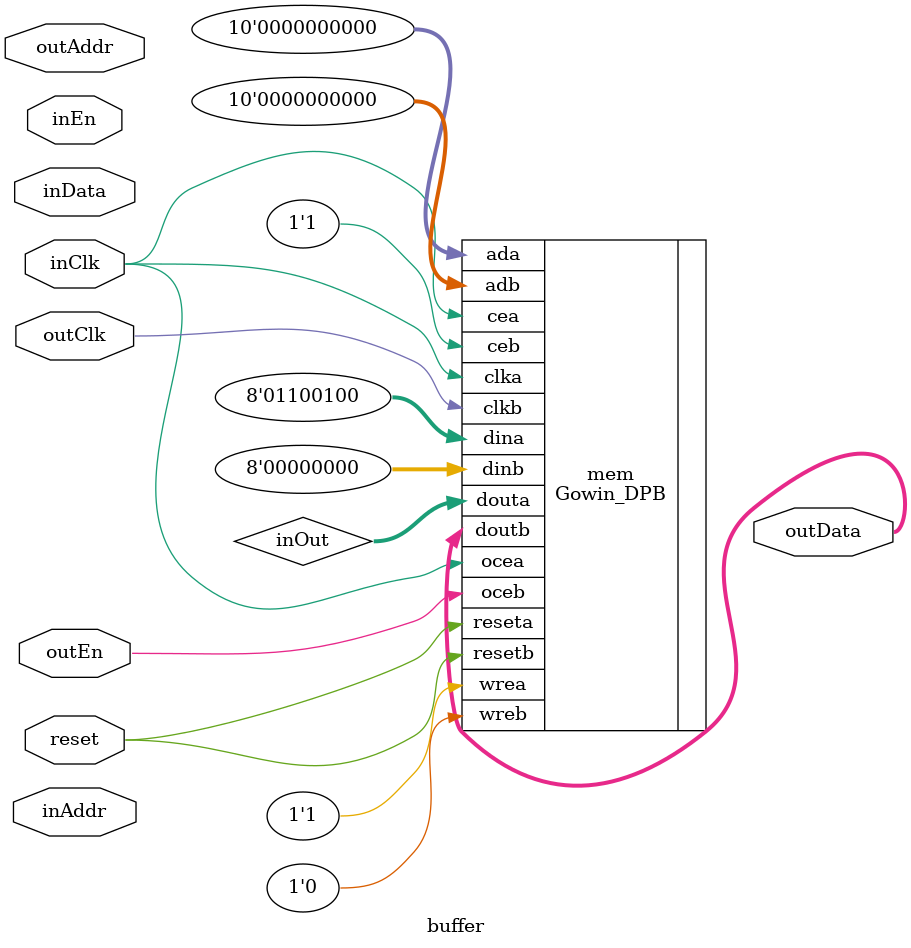
<source format=v>
module buffer(
    input reset,
    input inClk,
    input inEn,
    input [7:0] inData,
    input [9:0] inAddr,

    input outClk,
    input outEn,
    input [9:0] outAddr,
    output [7:0] outData
);

wire [7:0] inOut;

    Gowin_DPB mem(
        .doutb(outData), //output [7:0] doutb
        .douta(inOut),
        .clka(inClk), //input clka
        .ocea(inClk), //input ocea
        .cea(inClk), //input cea
        .reseta(reset), //input reseta
        .wrea(1'b1), //input wrea
        
        .clkb(outClk), //input clkb
        .oceb(outEn), //input oceb
        .ceb(1'b1), //input ceb

        .resetb(reset), //input resetb
        .wreb(1'b0), //input wreb

        .ada(10'd0/*inAddr*/), //input [9:0] ada
        .dina(8'd100/*inData*/), //input [7:0] dina
        .dinb(8'b0), //input [7:0] dina

        .adb(10'd0/*outAddr*/) //input [9:0] adb
    );

endmodule
</source>
